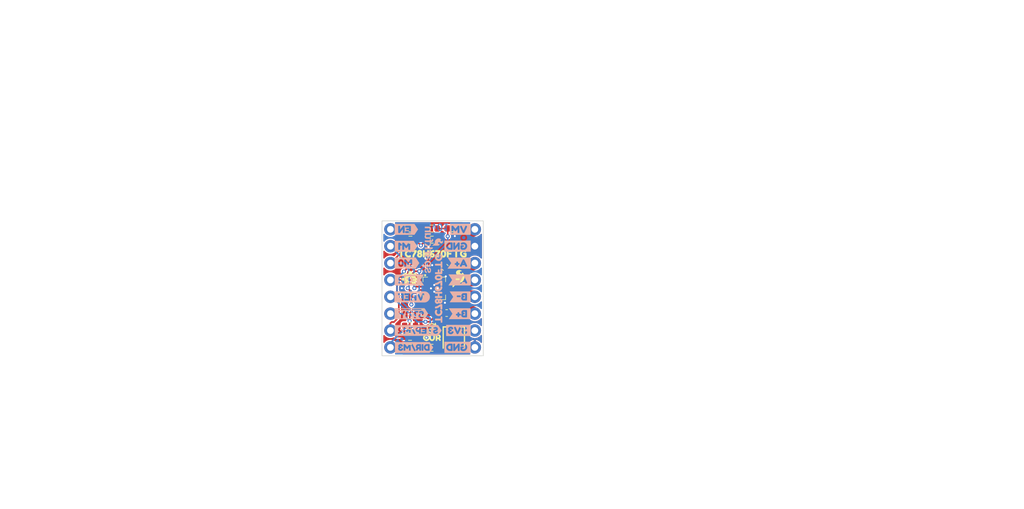
<source format=kicad_pcb>
(kicad_pcb (version 20221018) (generator pcbnew)
  (layers (0 "F.Cu" jumper) (1 "In1.Cu" signal) (2 "In2.Cu" signal) (31 "B.Cu" signal) (34 "B.Paste" user) (35 "F.Paste" user) (36 "B.SilkS" user "B.Silkscreen") (37 "F.SilkS" user "F.Silkscreen") (38 "B.Mask" user) (39 "F.Mask" user) (44 "Edge.Cuts" user))
  (net 0 "")
  (net 1 "DIR")
  (net 2 "MODE0")
  (net 3 "MODE1")
  (net 4 "STEP")
  (net 5 "VM")
  (net 6 "VREF")
  (net 7 "~{STBY}")
  (net 8 "3.3V")
  (net 9 "B-")
  (net 10 "B+")
  (net 11 "A+")
  (net 12 "A-")
  (net 13 "GND")
  (net 14 "ERR")
  (net 15 "EN")
  (net 16 "Net-(R1-Pad2)")
  (net 17 "Net-(U1-OSCM)")
  (footprint "kibuzzard-65D531EE" (layer "F.Cu") (at 142.143039 111.565401)
    (fp_text reference "kibuzzard-65D531EE" hide)
    (fp_text value "G***" hide)
  )
  (footprint "SparkFun-Resistor:R_0603_1608Metric" (layer "F.Cu") (at 142.09 95.13 180)
    (fp_text reference "R2")
    (fp_text value "10k")
    (pad "1" smd roundrect (at -0.825 0 180) (size 0.8 0.95) (layers "F.Cu" "F.Paste" "F.Mask") (net 14 "ERR"))
    (pad "2" smd roundrect (at 0.825 0 180) (size 0.8 0.95) (layers "F.Cu" "F.Paste" "F.Mask") (net 15 "EN"))
  )
  (footprint "SparkFun-Capacitor:C_0603_1608Metric" (layer "F.Cu") (at 145.24 95.11)
    (fp_text reference "C3")
    (fp_text value "22nF")
    (pad "1" smd roundrect (at -0.775 0) (size 0.9 0.95) (layers "F.Cu" "F.Paste" "F.Mask") (net 14 "ERR"))
    (pad "2" smd roundrect (at 0.775 0) (size 0.9 0.95) (layers "F.Cu" "F.Paste" "F.Mask") (net 13 "GND"))
  )
  (footprint "SparkFun-Resistor:R_0603_1608Metric" (layer "F.Cu") (at 138.84 111.44 180)
    (fp_text reference "R5")
    (fp_text value "10k")
    (pad "1" smd roundrect (at -0.825 0 180) (size 0.8 0.95) (layers "F.Cu" "F.Paste" "F.Mask") (net 8 "3.3V"))
    (pad "2" smd roundrect (at 0.825 0 180) (size 0.8 0.95) (layers "F.Cu" "F.Paste" "F.Mask") (net 4 "STEP"))
  )
  (footprint "SparkFun-Capacitor:C_0603_1608Metric" (layer "F.Cu") (at 144.35 107.86)
    (fp_text reference "C1")
    (fp_text value "0.1uF")
    (pad "1" smd roundrect (at -0.775 0) (size 0.9 0.95) (layers "F.Cu" "F.Paste" "F.Mask") (net 6 "VREF"))
    (pad "2" smd roundrect (at 0.775 0) (size 0.9 0.95) (layers "F.Cu" "F.Paste" "F.Mask") (net 13 "GND"))
  )
  (footprint "SparkFun-Resistor:R_0603_1608Metric" (layer "F.Cu") (at 142.11 96.8)
    (fp_text reference "R7")
    (fp_text value "10k")
    (pad "1" smd roundrect (at -0.825 0) (size 0.8 0.95) (layers "F.Cu" "F.Paste" "F.Mask") (net 8 "3.3V"))
    (pad "2" smd roundrect (at 0.825 0) (size 0.8 0.95) (layers "F.Cu" "F.Paste" "F.Mask") (net 2 "MODE0"))
  )
  (footprint "SparkFun-Resistor:R_0603_1608Metric" (layer "F.Cu") (at 140.84 107.84 180)
    (fp_text reference "R3")
    (fp_text value "47k")
    (pad "1" smd roundrect (at -0.825 0 180) (size 0.8 0.95) (layers "F.Cu" "F.Paste" "F.Mask") (net 17 "Net-(U1-OSCM)"))
    (pad "2" smd roundrect (at 0.825 0 180) (size 0.8 0.95) (layers "F.Cu" "F.Paste" "F.Mask") (net 13 "GND"))
  )
  (footprint "SparkFun-Resistor:R_0603_1608Metric" (layer "F.Cu") (at 138.9 96.8 180)
    (fp_text reference "R6")
    (fp_text value "10k")
    (pad "1" smd roundrect (at -0.825 0 180) (size 0.8 0.95) (layers "F.Cu" "F.Paste" "F.Mask") (net 8 "3.3V"))
    (pad "2" smd roundrect (at 0.825 0 180) (size 0.8 0.95) (layers "F.Cu" "F.Paste" "F.Mask") (net 3 "MODE1"))
  )
  (footprint "SparkFun-Aesthetic:ORDERING_INSTRUCTIONS" (layer "F.Cu") (at 167.64 60.96)
    (fp_text reference "U2" hide)
    (fp_text value "~" hide)
  )
  (footprint "SparkFun-Capacitor:C_0603_1608Metric" (layer "F.Cu") (at 144.110793 100.975018 -45)
    (fp_text reference "C2")
    (fp_text value "0.1uF")
    (pad "1" smd roundrect (at -0.775 0 315) (size 0.9 0.95) (layers "F.Cu" "F.Paste" "F.Mask") (net 5 "VM"))
    (pad "2" smd roundrect (at 0.775 0 315) (size 0.9 0.95) (layers "F.Cu" "F.Paste" "F.Mask") (net 13 "GND"))
  )
  (footprint "SparkFun-Resistor:R_0603_1608Metric" (layer "F.Cu") (at 138.85 109.77)
    (fp_text reference "R8")
    (fp_text value "10k")
    (pad "1" smd roundrect (at -0.825 0) (size 0.8 0.95) (layers "F.Cu" "F.Paste" "F.Mask") (net 7 "~{STBY}"))
    (pad "2" smd roundrect (at 0.825 0) (size 0.8 0.95) (layers "F.Cu" "F.Paste" "F.Mask") (net 13 "GND"))
  )
  (footprint "SparkFun-Resistor:TRIMPOT-SMD-3MM-CLOSED" (layer "F.Cu") (at 145.43 111.55)
    (fp_text reference "RV1")
    (fp_text value "10K")
    (pad "1" smd rect (at -0.85 1.65) (size 1 0.9) (layers "F.Cu" "F.Paste" "F.Mask") (net 16 "Net-(R1-Pad2)"))
    (pad "2" smd rect (at 0 -1.65) (size 1.1 0.9) (layers "F.Cu" "F.Paste" "F.Mask") (net 6 "VREF"))
    (pad "3" smd rect (at 0.85 1.65) (size 1 0.9) (layers "F.Cu" "F.Paste" "F.Mask") (net 13 "GND"))
  )
  (footprint "SparkFun-Aesthetic:SFE_FLAME_0.1" (layer "F.Cu") (at 146.101859 102.734273)
    (fp_text reference "REF**" hide)
    (fp_text value "SFE_FLAME_0.1" hide)
  )
  (footprint "SparkFun-Aesthetic:OSHW_Logo_2.5mm" (layer "F.Cu") (at 138.861427 102.774502)
    (fp_text reference "Ref**" hide)
    (fp_text value "Val**" hide)
  )
  (footprint "SparkFun-IC-Special-Function:P-VQFN16-0303-0.50-001" (layer "F.Cu") (at 141.744 102.64)
    (fp_text reference "U1")
    (fp_text value "TC78H670FTG")
    (pad "1" smd roundrect (at 0 0) (size 0.255 0.85) (layers "F.Cu" "F.Mask") (net 1 "DIR"))
    (pad "2" smd roundrect (at 0.5 0) (size 0.255 0.85) (layers "F.Cu" "F.Mask") (net 13 "GND"))
    (pad "3" smd roundrect (at 1 0) (size 0.255 0.85) (layers "F.Cu" "F.Mask") (net 5 "VM"))
    (pad "4" smd roundrect (at 1.5 0) (size 0.255 0.85) (layers "F.Cu" "F.Mask") (net 13 "GND"))
    (pad "5" smd roundrect (at 2.25 0.75 90) (size 0.255 0.85) (layers "F.Cu" "F.Mask") (net 11 "A+"))
    (pad "6" smd roundrect (at 2.25 1.25 90) (size 0.255 0.85) (layers "F.Cu" "F.Mask") (net 12 "A-"))
    (pad "7" smd roundrect (at 2.25 1.75 90) (size 0.255 0.85) (layers "F.Cu" "F.Mask") (net 9 "B-"))
    (pad "8" smd roundrect (at 2.25 2.25 90) (size 0.255 0.85) (layers "F.Cu" "F.Mask") (net 10 "B+"))
    (pad "9" smd roundrect (at 1.5 3) (size 0.255 0.85) (layers "F.Cu" "F.Mask") (net 13 "GND"))
    (pad "10" smd roundrect (at 1 3) (size 0.255 0.85) (layers "F.Cu" "F.Mask") (net 6 "VREF"))
    (pad "11" smd roundrect (at 0.5 3) (size 0.255 0.85) (layers "F.Cu" "F.Mask") (net 17 "Net-(U1-OSCM)"))
    (pad "12" smd roundrect (at 0 3) (size 0.255 0.85) (layers "F.Cu" "F.Mask") (net 7 "~{STBY}"))
    (pad "13" smd roundrect (at -0.75 2.25 90) (size 0.255 0.85) (layers "F.Cu" "F.Mask") (net 14 "ERR"))
    (pad "14" smd roundrect (at -0.75 1.75 90) (size 0.255 0.85) (layers "F.Cu" "F.Mask") (net 2 "MODE0"))
    (pad "15" smd roundrect (at -0.75 1.25 90) (size 0.255 0.85) (layers "F.Cu" "F.Mask") (net 3 "MODE1"))
    (pad "16" smd roundrect (at -0.75 0.75 90) (size 0.255 0.85) (layers "F.Cu" "F.Mask") (net 4 "STEP"))
    (pad "17" smd roundrect (at 0.75 1.5 270) (size 1.64 1.64) (layers "F.Cu" "F.Mask") (roundrect_rratio 0) (chamfer_ratio 0.15) (chamfer top_left) (net 13 "GND"))
  )
  (footprint "SparkFun-Connector:1X08" (layer "F.Cu") (at 148.59 95.25 -90)
    (fp_text reference "J2")
    (fp_text value "Conn_01x08")
    (pad "1" thru_hole circle (at 0 0) (size 1.8796 1.8796) (drill 1.016) (layers "*.Cu" "*.Mask") (net 5 "VM"))
    (pad "2" thru_hole circle (at 2.54 0 315) (size 1.8796 1.8796) (drill 1.016) (layers "*.Cu" "*.Mask") (net 13 "GND"))
    (pad "3" thru_hole circle (at 5.08 0) (size 1.8796 1.8796) (drill 1.016) (layers "*.Cu" "*.Mask") (net 11 "A+"))
    (pad "4" thru_hole circle (at 7.62 0) (size 1.8796 1.8796) (drill 1.016) (layers "*.Cu" "*.Mask") (net 12 "A-"))
    (pad "5" thru_hole circle (at 10.16 0) (size 1.8796 1.8796) (drill 1.016) (layers "*.Cu" "*.Mask") (net 9 "B-"))
    (pad "6" thru_hole circle (at 12.7 0) (size 1.8796 1.8796) (drill 1.016) (layers "*.Cu" "*.Mask") (net 10 "B+"))
    (pad "7" thru_hole circle (at 15.24 0 315) (size 1.8796 1.8796) (drill 1.016) (layers "*.Cu" "*.Mask") (net 8 "3.3V"))
    (pad "8" thru_hole circle (at 17.78 0 315) (size 1.8796 1.8796) (drill 1.016) (layers "*.Cu" "*.Mask") (net 13 "GND"))
  )
  (footprint "SparkFun-Aesthetic:Creative_Commons_License" (layer "F.Cu") (at 82.6242 85.245)
    (fp_text reference "G1" hide)
    (fp_text value "OSHW_Logo" hide)
  )
  (footprint "SparkFun-Resistor:R_0603_1608Metric" (layer "F.Cu") (at 142.07 113.09)
    (fp_text reference "R1")
    (fp_text value "8.2k")
    (pad "1" smd roundrect (at -0.825 0) (size 0.8 0.95) (layers "F.Cu" "F.Paste" "F.Mask") (net 8 "3.3V"))
    (pad "2" smd roundrect (at 0.825 0) (size 0.8 0.95) (layers "F.Cu" "F.Paste" "F.Mask") (net 16 "Net-(R1-Pad2)"))
  )
  (footprint "SparkFun-Resistor:R_0603_1608Metric" (layer "F.Cu") (at 138.92 95.13 180)
    (fp_text reference "R9")
    (fp_text value "10k")
    (pad "1" smd roundrect (at -0.825 0 180) (size 0.8 0.95) (layers "F.Cu" "F.Paste" "F.Mask") (net 15 "EN"))
    (pad "2" smd roundrect (at 0.825 0 180) (size 0.8 0.95) (layers "F.Cu" "F.Paste" "F.Mask") (net 13 "GND"))
  )
  (footprint "SparkFun-Resistor:R_0603_1608Metric" (layer "F.Cu") (at 138.86 113.1 180)
    (fp_text reference "R4")
    (fp_text value "10k")
    (pad "1" smd roundrect (at -0.825 0 180) (size 0.8 0.95) (layers "F.Cu" "F.Paste" "F.Mask") (net 8 "3.3V"))
    (pad "2" smd roundrect (at 0.825 0 180) (size 0.8 0.95) (layers "F.Cu" "F.Paste" "F.Mask") (net 1 "DIR"))
  )
  (footprint "SparkFun-Aesthetic:Creative_Commons_License" (layer "F.Cu") (at 139.7 137.16)
    (fp_text reference "ref**1" hide)
    (fp_text value "val**" hide)
  )
  (footprint "SparkFun-Aesthetic:Fiducial_0.5mm_Mask1mm" (layer "F.Cu") (at 137.25 113.76)
    (fp_text reference "FID4")
    (fp_text value "Fiducial_0.5mm")
    (pad "" smd circle (at 0 0) (size 0.5 0.5) (layers "F.Cu" "F.Mask") (clearance 0.25))
  )
  (footprint "SparkFun-Aesthetic:Fiducial_0.5mm_Mask1mm" (layer "F.Cu") (at 147.13 94.69)
    (fp_text reference "FID1")
    (fp_text value "Fiducial_0.5mm")
    (pad "" smd circle (at 0 0) (size 0.5 0.5) (layers "F.Cu" "F.Mask") (clearance 0.25))
  )
  (footprint "kibuzzard-65CFAE6E" (layer "F.Cu") (at 142.2 98.93)
    (fp_text reference "kibuzzard-65CFAE6E" hide)
    (fp_text value "G***" hide)
  )
  (footprint "SparkFun-Connector:1X08" (layer "F.Cu") (at 135.89 95.25 -90)
    (fp_text reference "J1")
    (fp_text value "Conn_01x08")
    (pad "1" thru_hole circle (at 0 0) (size 1.8796 1.8796) (drill 1.016) (layers "*.Cu" "*.Mask") (net 15 "EN"))
    (pad "2" thru_hole circle (at 2.54 0) (size 1.8796 1.8796) (drill 1.016) (layers "*.Cu" "*.Mask") (net 3 "MODE1"))
    (pad "3" thru_hole circle (at 5.08 0) (size 1.8796 1.8796) (drill 1.016) (layers "*.Cu" "*.Mask") (net 2 "MODE0"))
    (pad "4" thru_hole circle (at 7.62 0) (size 1.8796 1.8796) (drill 1.016) (layers "*.Cu" "*.Mask") (net 14 "ERR"))
    (pad "5" thru_hole circle (at 10.16 0) (size 1.8796 1.8796) (drill 1.016) (layers "*.Cu" "*.Mask") (net 6 "VREF"))
    (pad "6" thru_hole circle (at 12.7 0) (size 1.8796 1.8796) (drill 1.016) (layers "*.Cu" "*.Mask") (net 7 "~{STBY}"))
    (pad "7" thru_hole circle (at 15.24 0) (size 1.8796 1.8796) (drill 1.016) (layers "*.Cu" "*.Mask") (net 4 "STEP"))
    (pad "8" thru_hole circle (at 17.78 0) (size 1.8796 1.8796) (drill 1.016) (layers "*.Cu" "*.Mask") (net 1 "DIR"))
  )
  (footprint "kibuzzard-65CFAB5A" (layer "B.Cu") (at 146.3 102.87 180)
    (fp_text reference "kibuzzard-65CFAB5A" hide)
    (fp_text value "G***" hide)
  )
  (footprint "SparkFun-Aesthetic:SparkFun_Logo_7mm" (layer "B.Cu") (at 141.55 98.375 90)
    (fp_text reference "G***" hide)
    (fp_text value "LOGO" hide)
  )
  (footprint "kibuzzard-65CFAC13" (layer "B.Cu") (at 138.29 95.26 180)
    (fp_text reference "kibuzzard-65CFAC13" hide)
    (fp_text value "G***" hide)
  )
  (footprint "SparkFun-Aesthetic:Fiducial_0.5mm_Mask1mm" (layer "B.Cu") (at 146.92 96.51 180)
    (fp_text reference "FID2")
    (fp_text value "Fiducial_0.5mm")
    (pad "" smd circle (at 0 0 180) (size 0.5 0.5) (layers "B.Cu" "B.Mask") (clearance 0.25))
  )
  (footprint "kibuzzard-65CFAD2C" (layer "B.Cu") (at 139.04 107.96 180)
    (fp_text reference "kibuzzard-65CFAD2C" hide)
    (fp_text value "G***" hide)
  )
  (footprint "SparkFun-Aesthetic:Fiducial_0.5mm_Mask1mm" (layer "B.Cu") (at 137.62 111.78 180)
    (fp_text reference "FID3")
    (fp_text value "Fiducial_0.5mm")
    (pad "" smd circle (at 0 0 180) (size 0.5 0.5) (layers "B.Cu" "B.Mask") (clearance 0.25))
  )
  (footprint "kibuzzard-65CFAB85" (layer "B.Cu") (at 146.31 107.96 180)
    (fp_text reference "kibuzzard-65CFAB85" hide)
    (fp_text value "G***" hide)
  )
  (footprint "kibuzzard-65CFAAF8" (layer "B.Cu") (at 146.12 110.48 180)
    (fp_text reference "kibuzzard-65CFAAF8" hide)
    (fp_text value "G***" hide)
  )
  (footprint "kibuzzard-65CFAA33" (layer "B.Cu") (at 145.99 113.02 180)
    (fp_text reference "kibuzzard-65CFAA33" hide)
    (fp_text value "G***" hide)
  )
  (footprint "kibuzzard-65CFAC2F" (layer "B.Cu") (at 138.24 97.8 180)
    (fp_text reference "kibuzzard-65CFAC2F" hide)
    (fp_text value "G***" hide)
  )
  (footprint "kibuzzard-65CFAC42" (layer "B.Cu") (at 138.38 100.33 180)
    (fp_text reference "kibuzzard-65CFAC42" hide)
    (fp_text value "G***" hide)
  )
  (footprint "kibuzzard-65CFAC9C" (layer "B.Cu") (at 139.16 105.43 180)
    (fp_text reference "kibuzzard-65CFAC9C" hide)
    (fp_text value "G***" hide)
  )
  (footprint "kibuzzard-65CFAE6E" (layer "B.Cu") (at 143.14 104.16 90)
    (fp_text reference "kibuzzard-65CFAE6E" hide)
    (fp_text value "G***" hide)
  )
  (footprint "kibuzzard-65CFAA33" (layer "B.Cu") (at 145.99 97.78 180)
    (fp_text reference "kibuzzard-65CFAA33" hide)
    (fp_text value "G***" hide)
  )
  (footprint "kibuzzard-65D52B03" (layer "B.Cu") (at 140.065161 110.481021 180)
    (fp_text reference "kibuzzard-65D52B03" hide)
    (fp_text value "G***" hide)
  )
  (footprint "kibuzzard-65CFAA22" (layer "B.Cu") (at 146.39 95.25 180)
    (fp_text reference "kibuzzard-65CFAA22" hide)
    (fp_text value "G***" hide)
  )
  (footprint "kibuzzard-65CFAE3D" (layer "B.Cu") (at 146.23 100.34 180)
    (fp_text reference "kibuzzard-65CFAE3D" hide)
    (fp_text value "G***" hide)
  )
  (footprint "kibuzzard-65CFAC5D" (layer "B.Cu") (at 138.74 102.88 180)
    (fp_text reference "kibuzzard-65CFAC5D" hide)
    (fp_text value "G***" hide)
  )
  (footprint "kibuzzard-65CFAB77" (layer "B.Cu") (at 146.37 105.42 180)
    (fp_text reference "kibuzzard-65CFAB77" hide)
    (fp_text value "G***" hide)
  )
  (footprint "kibuzzard-65D52B32" (layer "B.Cu") (at 139.448309 113.043286 180)
    (fp_text reference "kibuzzard-65D52B32" hide)
    (fp_text value "G***" hide)
  )
  (gr_line (start 141.840403 110.288076) (end 142.460403 110.288076) (stroke (width 0.17)) (layer "F.SilkS"))
  (gr_arc (start 142.210403 110.858075) (mid 141.540547 109.839788) (end 142.759403 109.838201) (stroke (width 0.17)) (layer "F.SilkS"))
  (gr_line (start 142.160403 110.598076) (end 142.160403 109.988076) (stroke (width 0.17)) (layer "F.SilkS"))
  (gr_line (start 142.759403 109.838201) (end 142.318524 109.735499) (stroke (width 0.17)) (layer "F.SilkS"))
  (gr_line (start 142.759403 109.838201) (end 142.644534 109.402835) (stroke (width 0.17)) (layer "F.SilkS"))
  (gr_rect (start 134.62 93.98) (end 149.86 114.3) (stroke (width 0.1)) (fill none) (layer "Edge.Cuts"))
  (gr_text "v01" (at 141.988553 94.318209 180) (layer "B.Cu") (effects (font (size 1 1)) (justify left bottom mirror)))
  (segment (start 137.92 101.61) (end 139.33 100.2) (width 0.25) (layer "F.Cu") (net 1))
  (segment (start 141.744 101.244) (end 141.744 102.64) (width 0.25) (layer "F.Cu") (net 1))
  (segment (start 137.965 113.03) (end 138.035 113.1) (width 0.25) (layer "F.Cu") (net 1))
  (segment (start 139.33 100.2) (end 140.7 100.2) (width 0.25) (layer "F.Cu") (net 1))
  (segment (start 140.7 100.2) (end 141.744 101.244) (width 0.25) (layer "F.Cu") (net 1))
  (segment (start 135.89 113.03) (end 137.965 113.03) (width 0.25) (layer "F.Cu") (net 1))
  (via (at 137.92 101.61) (size 0.6096) (drill 0.3048) (layers "F.Cu" "B.Cu") (net 1))
  (segment (start 141.89 108.67) (end 141.89 109.48) (width 0.25) (layer "B.Cu") (net 1))
  (segment (start 141.57 108.35) (end 141.89 108.67) (width 0.25) (layer "B.Cu") (net 1))
  (segment (start 138.28 109.98) (end 135.89 112.37) (width 0.25) (layer "B.Cu") (net 1))
  (segment (start 135.89 112.37) (end 135.89 113.03) (width 0.25) (layer "B.Cu") (net 1))
  (segment (start 137.1548 105.7048) (end 139.8 108.35) (width 0.25) (layer "B.Cu") (net 1))
  (segment (start 136.88 104.611302) (end 137.1548 104.886102) (width 0.25) (layer "B.Cu") (net 1))
  (segment (start 141.39 109.98) (end 138.28 109.98) (width 0.25) (layer "B.Cu") (net 1))
  (segment (start 139.8 108.35) (end 141.57 108.35) (width 0.25) (layer "B.Cu") (net 1))
  (segment (start 137.1548 103.393898) (end 136.88 103.668698) (width 0.25) (layer "B.Cu") (net 1))
  (segment (start 137.1548 104.886102) (end 137.1548 105.7048) (width 0.25) (layer "B.Cu") (net 1))
  (segment (start 137.92 101.61) (end 137.1548 102.3752) (width 0.25) (layer "B.Cu") (net 1))
  (segment (start 137.1548 102.3752) (end 137.1548 103.393898) (width 0.25) (layer "B.Cu") (net 1))
  (segment (start 136.88 103.668698) (end 136.88 104.611302) (width 0.25) (layer "B.Cu") (net 1))
  (segment (start 141.89 109.48) (end 141.39 109.98) (width 0.25) (layer "B.Cu") (net 1))
  (segment (start 142.935 96.8) (end 142.935 97.655) (width 0.25) (layer "F.Cu") (net 2))
  (segment (start 141.76 98.83) (end 137.43 98.83) (width 0.25) (layer "F.Cu") (net 2))
  (segment (start 142.935 97.655) (end 141.76 98.83) (width 0.25) (layer "F.Cu") (net 2))
  (segment (start 137.43 98.83) (end 135.93 100.33) (width 0.25) (layer "F.Cu") (net 2))
  (segment (start 138.495431 104.115) (end 138.767161 104.38673) (width 0.25) (layer "F.Cu") (net 2))
  (segment (start 140.244552 104.39) (end 140.994 104.39) (width 0.25) (layer "F.Cu") (net 2))
  (segment (start 135.93 100.33) (end 135.89 100.33) (width 0.25) (layer "F.Cu") (net 2))
  (segment (start 138.767161 104.38673) (end 138.767161 104.417391) (width 0.25) (layer "F.Cu") (net 2))
  (segment (start 139.769552 104.865) (end 140.244552 104.39) (width 0.25) (layer "F.Cu") (net 2))
  (segment (start 139.21477 104.865) (end 139.769552 104.865) (width 0.25) (layer "F.Cu") (net 2))
  (segment (start 138.767161 104.417391) (end 139.21477 104.865) (width 0.25) (layer "F.Cu") (net 2))
  (via (at 138.495431 104.115) (size 0.6096) (drill 0.3048) (layers "F.Cu" "B.Cu") (net 2))
  (segment (start 138.684 103.926431) (end 138.684 101.346) (width 0.25) (layer "B.Cu") (net 2))
  (segment (start 138.684 101.346) (end 137.668 100.33) (width 0.25) (layer "B.Cu") (net 2))
  (segment (start 137.668 100.33) (end 135.89 100.33) (width 0.25) (layer "B.Cu") (net 2))
  (segment (start 138.495431 104.115) (end 138.684 103.926431) (width 0.25) (layer "B.Cu") (net 2))
  (segment (start 139.720434 103.89) (end 140.994 103.89) (width 0.25) (layer "F.Cu") (net 3))
  (segment (start 136.88 96.8) (end 135.89 97.79) (width 0.25) (layer "F.Cu") (net 3))
  (segment (start 139.495434 104.115) (end 139.720434 103.89) (width 0.25) (layer "F.Cu") (net 3))
  (segment (start 138.075 96.8) (end 136.88 96.8) (width 0.25) (layer "F.Cu") (net 3))
  (via (at 139.495434 104.115) (size 0.6096) (drill 0.3048) (layers "F.Cu" "B.Cu") (net 3))
  (segment (start 135.89 97.8) (end 135.89 97.79) (width 0.25) (layer "B.Cu") (net 3))
  (segment (start 139.446 104.065566) (end 139.446 101.356) (width 0.25) (layer "B.Cu") (net 3))
  (segment (start 139.495434 104.115) (end 139.446 104.065566) (width 0.25) (layer "B.Cu") (net 3))
  (segment (start 139.446 101.356) (end 135.89 97.8) (width 0.25) (layer "B.Cu") (net 3))
  (segment (start 135.875547 110.475547) (end 135.875547 109.408574) (width 0.25) (layer "F.Cu") (net 4))
  (segment (start 135.89 110.49) (end 135.875547 110.475547) (width 0.25) (layer "F.Cu") (net 4))
  (segment (start 135.89 110.49) (end 136.81 111.41) (width 0.25) (layer "F.Cu") (net 4))
  (segment (start 136.81 111.41) (end 138.015 111.41) (width 0.25) (layer "F.Cu") (net 4))
  (segment (start 136.069321 109.2148) (end 136.413898 109.2148) (width 0.25) (layer "F.Cu") (net 4))
  (segment (start 136.875 103.715) (end 137.2 103.39) (width 0.25) (layer "F.Cu") (net 4))
  (segment (start 137.2 103.39) (end 140.994 103.39) (width 0.25) (layer "F.Cu") (net 4))
  (segment (start 137.1548 108.473898) (end 137.1548 104.886102) (width 0.25) (layer "F.Cu") (net 4))
  (segment (start 137.1548 104.886102) (end 136.875 104.606302) (width 0.25) (layer "F.Cu") (net 4))
  (segment (start 136.875 104.606302) (end 136.875 103.715) (width 0.25) (layer "F.Cu") (net 4))
  (segment (start 135.875547 109.408574) (end 136.069321 109.2148) (width 0.25) (layer "F.Cu") (net 4))
  (segment (start 136.413898 109.2148) (end 137.1548 108.473898) (width 0.25) (layer "F.Cu") (net 4))
  (segment (start 143.575 108.045) (end 145.43 109.9) (width 0.25) (layer "F.Cu") (net 6))
  (segment (start 141.165 109.17) (end 141.773411 109.17) (width 0.25) (layer "F.Cu") (net 6))
  (segment (start 141.773411 109.17) (end 142.744 108.199411) (width 0.25) (layer "F.Cu") (net 6))
  (segment (start 142.744 108.199411) (end 142.744 107.86) (width 0.25) (layer "F.Cu") (net 6))
  (segment (start 143.575 107.855) (end 143.575 107.86) (width 0.25) (layer "F.Cu") (net 6))
  (segment (start 142.744 105.64) (end 142.744 107.86) (width 0.25) (layer "F.Cu") (net 6))
  (segment (start 143.575 107.86) (end 142.744 107.86) (width 0.25) (layer "F.Cu") (net 6))
  (segment (start 143.575 107.86) (end 143.575 108.045) (width 0.25) (layer "F.Cu") (net 6))
  (via (at 141.165 109.17) (size 0.6096) (drill 0.3048) (layers "F.Cu" "B.Cu") (net 6))
  (segment (start 136.19 105.41) (end 135.89 105.41) (width 0.25) (layer "B.Cu") (net 6))
  (segment (start 139.95 109.17) (end 136.19 105.41) (width 0.25) (layer "B.Cu") (net 6))
  (segment (start 141.165 109.17) (end 139.95 109.17) (width 0.25) (layer "B.Cu") (net 6))
  (segment (start 139.651995 106.98) (end 141.13 106.98) (width 0.25) (layer "F.Cu") (net 7))
  (segment (start 138.59 109.77) (end 138.025 109.77) (width 0.25) (layer "F.Cu") (net 7))
  (segment (start 138.78 109.06) (end 138.8 109.04) (width 0.25) (layer "F.Cu") (net 7))
  (segment (start 141.13 106.98) (end 141.744 106.366) (width 0.25) (layer "F.Cu") (net 7))
  (segment (start 138.8 107.831995) (end 139.651995 106.98) (width 0.25) (layer "F.Cu") (net 7))
  (segment (start 141.744 106.366) (end 141.744 105.64) (width 0.25) (layer "F.Cu") (net 7))
  (segment (start 138.8 109.04) (end 138.8 107.831995) (width 0.25) (layer "F.Cu") (net 7))
  (segment (start 138.78 109.06) (end 138.78 109.58) (width 0.25) (layer "F.Cu") (net 7))
  (segment (start 138.78 109.58) (end 138.59 109.77) (width 0.25) (layer "F.Cu") (net 7))
  (via (at 138.78 109.06) (size 0.6096) (drill 0.3048) (layers "F.Cu" "B.Cu") (net 7))
  (segment (start 137.67 107.95) (end 135.89 107.95) (width 0.25) (layer "B.Cu") (net 7))
  (segment (start 138.78 109.06) (end 137.67 107.95) (width 0.25) (layer "B.Cu") (net 7))
  (segment (start 139.665 111.41) (end 139.685 111.43) (width 0.25) (layer "F.Cu") (net 8))
  (segment (start 141.296656 111.566922) (end 141.139734 111.41) (width 0.25) (layer "F.Cu") (net 8))
  (segment (start 141.285 96.8) (end 141.285 96.865) (width 0.25) (layer "F.Cu") (net 8))
  (segment (start 141.235 113.1) (end 141.245 113.09) (width 0.25) (layer "F.Cu") (net 8))
  (segment (start 139.735 96.81) (end 139.725 96.8) (width 0.25) (layer "F.Cu") (net 8))
  (segment (start 141.285 96.865) (end 140.47 97.68) (width 0.25) (layer "F.Cu") (net 8))
  (segment (start 139.685 113.1) (end 141.235 113.1) (width 0.25) (layer "F.Cu") (net 8))
  (segment (start 140.47 97.68) (end 139.735 96.945) (width 0.25) (layer "F.Cu") (net 8))
  (segment (start 139.735 96.945) (end 139.735 96.81) (width 0.25) (layer "F.Cu") (net 8))
  (segment (start 139.685 111.43) (end 139.685 113.1) (width 0.25) (layer "F.Cu") (net 8))
  (segment (start 141.139734 111.41) (end 139.665 111.41) (width 0.25) (layer "F.Cu") (net 8))
  (via (at 141.296656 111.566922) (size 0.6096) (drill 0.3048) (layers "F.Cu" "B.Cu") (net 8))
  (via (at 140.47 97.68) (size 0.6096) (drill 0.3048) (layers "F.Cu" "B.Cu") (net 8))
  (via (at 145.579788 96.263383) (size 0.6096) (drill 0.3048) (layers "F.Cu" "B.Cu") (net 13))
  (via (at 141.1465 99.621194) (size 0.6096) (drill 0.3048) (layers "F.Cu" "B.Cu") (net 13))
  (via (at 141.99 104.14) (size 0.6096) (drill 0.3048) (layers "F.Cu" "B.Cu") (net 13))
  (via (at 142.49 104.64) (size 0.6096) (drill 0.3048) (layers "F.Cu" "B.Cu") (net 13))
  (via (at 144.09 106.31) (size 0.6096) (drill 0.3048) (layers "F.Cu" "B.Cu") (net 13))
  (via (at 144.22 102.34) (size 0.6096) (drill 0.3048) (layers "F.Cu" "B.Cu") (net 13))
  (via (at 142.482054 103.635722) (size 0.6096) (drill 0.3048) (layers "F.Cu" "B.Cu") (net 13))
  (via (at 137.6 104.12) (size 0.6096) (drill 0.3048) (layers "F.Cu" "B.Cu") (net 13))
  (via (at 141.63 97.92) (size 0.6096) (drill 0.3048) (layers "F.Cu" "B.Cu") (net 13))
  (via (at 142.98 104.14) (size 0.6096) (drill 0.3048) (layers "F.Cu" "B.Cu") (net 13))
  (via (at 142.171806 100.6465) (size 0.6096) (drill 0.3048) (layers "F.Cu" "B.Cu") (net 13))
  (segment (start 138.26 102.87) (end 139.18 101.95) (width 0.25) (layer "F.Cu") (net 14))
  (segment (start 139.18 101.95) (end 139.567 101.563) (width 0.25) (layer "F.Cu") (net 14))
  (segment (start 139.567 101.563) (end 140.23 101.563) (width 0.25) (layer "F.Cu") (net 14))
  (segment (start 139.040709 106.249291) (end 140.4 104.89) (width 0.25) (layer "F.Cu") (net 14))
  (segment (start 144.445 95.13) (end 144.465 95.11) (width 0.25) (layer "F.Cu") (net 14))
  (segment (start 144.51 96.3) (end 144.51 95.155) (width 0.25) (layer "F.Cu") (net 14))
  (segment (start 135.89 102.87) (end 138.26 102.87) (width 0.25) (layer "F.Cu") (net 14))
  (segment (start 139.040709 106.565981) (end 139.040709 106.249291) (width 0.25) (layer "F.Cu") (net 14))
  (segment (start 144.51 95.155) (end 144.465 95.11) (width 0.25) (layer "F.Cu") (net 14))
  (segment (start 140.4 104.89) (end 140.994 104.89) (width 0.25) (layer "F.Cu") (net 14))
  (segment (start 142.915 95.13) (end 144.445 95.13) (width 0.25) (layer "F.Cu") (net 14))
  (via (at 140.23 101.563) (size 0.6096) (drill 0.3048) (layers "F.Cu" "B.Cu") (net 14))
  (via (at 144.51 96.3) (size 0.6096) (drill 0.3048) (layers "F.Cu" "B.Cu") (net 14))
  (via (at 139.040709 106.565981) (size 0.6096) (drill 0.3048) (layers "F.Cu" "B.Cu") (net 14))
  (segment (start 139.040709 105.169291) (end 139.367914 104.842086) (width 0.25) (layer "B.Cu") (net 14))
  (segment (start 144.51 97.283) (end 140.23 101.563) (width 0.25) (layer "B.Cu") (net 14))
  (segment (start 139.792466 104.842086) (end 140.23 104.404552) (width 0.25) (layer "B.Cu") (net 14))
  (segment (start 140.23 104.404552) (end 140.23 101.563) (width 0.25) (layer "B.Cu") (net 14))
  (segment (start 139.040709 106.565981) (end 139.040709 105.169291) (width 0.25) (layer "B.Cu") (net 14))
  (segment (start 144.51 96.3) (end 144.51 97.283) (width 0.25) (layer "B.Cu") (net 14))
  (segment (start 139.367914 104.842086) (end 139.792466 104.842086) (width 0.25) (layer "B.Cu") (net 14))
  (segment (start 139.745 95.13) (end 138.915 95.96) (width 0.25) (layer "F.Cu") (net 15))
  (segment (start 139.745 95.13) (end 141.265 95.13) (width 0.25) (layer "F.Cu") (net 15))
  (segment (start 138.915 95.96) (end 137.701996 95.96) (width 0.25) (layer "F.Cu") (net 15))
  (segment (start 137.701996 95.96) (end 136.991996 95.25) (width 0.25) (layer "F.Cu") (net 15))
  (segment (start 136.991996 95.25) (end 135.89 95.25) (width 0.25) (layer "F.Cu") (net 15))
  (segment (start 144.58 113.2) (end 143.005 113.2) (width 0.25) (layer "F.Cu") (net 16))
  (segment (start 143.005 113.2) (end 142.895 113.09) (width 0.25) (layer "F.Cu") (net 16))
  (segment (start 142.244 107.261) (end 141.665 107.84) (width 0.25) (layer "F.Cu") (net 17))
  (segment (start 142.244 105.64) (end 142.244 107.261) (width 0.25) (layer "F.Cu") (net 17))
  (zone (net 13) (net_name "GND") (layer "F.Cu") (name "A+") (priority 3) (connect_pads yes (clearance 0.2)) (min_thickness 0.25) (fill yes (thermal_gap 0.5) (thermal_bridge_width 0.5))
    (polygon (pts (xy 144.36 103.07) (xy 143.11 103.07) (xy 143.11 102.21) (xy 147.89 97.02) (xy 149.27 98.59) (xy 147.99 99.17)))
  )
  (zone (net 13) (net_name "GND") (layer "F.Cu") (name "GND") (priority 1) (connect_pads yes (clearance 0.1)) (min_thickness 0.1) (fill yes (thermal_gap 0.5) (thermal_bridge_width 0.5))
    (polygon (pts (xy 145.034 106.68) (xy 145.034 101.6) (xy 140.208 101.6) (xy 140.208 106.68)))
  )
  (zone (net 5) (net_name "VM") (layer "F.Cu") (name "VM") (priority 3) (connect_pads yes (clearance 0.1)) (min_thickness 0.1) (fill yes (thermal_gap 0.5) (thermal_bridge_width 0.5))
    (polygon (pts (xy 142.88 102.22) (xy 142.88 103.07) (xy 142.61 103.07) (xy 142.6 100.47) (xy 147.98 94.54) (xy 149.15 96) (xy 147.66 96.85)))
  )
  (zone (net 9) (net_name "B-") (layer "F.Cu") (name "A+") (priority 3) (connect_pads yes (clearance 0.2)) (min_thickness 0.25) (fill yes (thermal_gap 0.5) (thermal_bridge_width 0.5))
    (polygon (pts (xy 144.41 104.26) (xy 143.56 104.26) (xy 143.56 104.52) (xy 144.41 104.52) (xy 148.19 106.27) (xy 148.67 104.47)))
  )
  (zone (net 10) (net_name "B+") (layer "F.Cu") (name "A+") (priority 3) (connect_pads yes (clearance 0.2)) (min_thickness 0.25) (fill yes (thermal_gap 0.5) (thermal_bridge_width 0.5))
    (polygon (pts (xy 144.42 104.76) (xy 143.56 104.76) (xy 143.56 105.02) (xy 144.42 105.02) (xy 147.96 108.65) (xy 148.94 107.08)))
  )
  (zone (net 12) (net_name "A-") (layer "F.Cu") (name "A+") (priority 3) (connect_pads yes (clearance 0.2)) (min_thickness 0.25) (fill yes (thermal_gap 0.5) (thermal_bridge_width 0.5))
    (polygon (pts (xy 144.39 103.76) (xy 148.21 102.01) (xy 148.69 103.81) (xy 144.38 104.02) (xy 143.57 104.02) (xy 143.57 103.76)))
  )
  (zone (net 11) (net_name "A+") (layer "F.Cu") (name "A+") (priority 3) (connect_pads yes (clearance 0.2)) (min_thickness 0.1) (fill yes (thermal_gap 0.5) (thermal_bridge_width 0.5))
    (polygon (pts (xy 144.4 103.26) (xy 143.56 103.26) (xy 143.56 103.52) (xy 144.4 103.52) (xy 148.96 101.19) (xy 148 99.6)))
  )
  (zone (net 13) (net_name "GND") (layers "F.Cu" "In1.Cu" "B.Cu") (name "GND") (priority 1) (connect_pads (clearance 0.2)) (min_thickness 0.2) (fill yes (thermal_gap 0.2) (thermal_bridge_width 0.3))
    (polygon (pts (xy 134.62 114.3) (xy 134.62 93.98) (xy 149.86 93.98) (xy 149.86 114.3)))
  )
)
</source>
